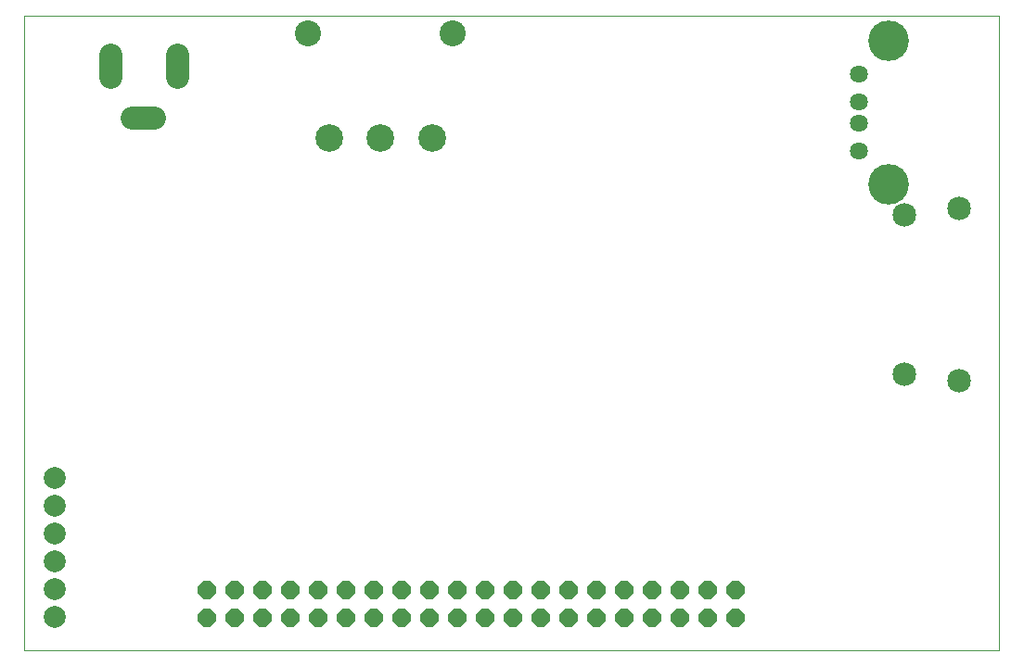
<source format=gbs>
G04 EAGLE Gerber X2 export*
%TF.Part,Single*%
%TF.FileFunction,Other,Solder stop mask Bottom*%
%TF.FilePolarity,Positive*%
%TF.GenerationSoftware,Autodesk,EAGLE,9.0.0*%
%TF.CreationDate,2019-01-20T02:36:27Z*%
G75*
%MOMM*%
%FSLAX34Y34*%
%LPD*%
%AMOC8*
5,1,8,0,0,1.08239X$1,22.5*%
G01*
%ADD10C,0.000000*%
%ADD11C,2.127000*%
%ADD12C,2.527000*%
%ADD13C,2.377000*%
%ADD14C,2.006600*%
%ADD15P,1.787026X8X22.500000*%
%ADD16C,2.157000*%
%ADD17C,1.627000*%
%ADD18C,3.707000*%


D10*
X110000Y140000D02*
X1000000Y140000D01*
X1000000Y720000D01*
X110000Y720000D01*
X110000Y140000D01*
D11*
X249200Y664300D02*
X249200Y684300D01*
X188200Y684300D02*
X188200Y664300D01*
X208200Y626300D02*
X228200Y626300D01*
D12*
X388100Y608500D03*
X435100Y608500D03*
X482100Y608500D03*
D13*
X369050Y703800D03*
X501150Y703800D03*
D14*
X137700Y297700D03*
X137700Y272300D03*
X137700Y246900D03*
X137700Y221500D03*
X137700Y196100D03*
X137700Y170700D03*
D15*
X276500Y169800D03*
X276500Y195200D03*
X301900Y169800D03*
X301900Y195200D03*
X327300Y169800D03*
X327300Y195200D03*
X352700Y169800D03*
X352700Y195200D03*
X378100Y169800D03*
X378100Y195200D03*
X403500Y169800D03*
X403500Y195200D03*
X428900Y169800D03*
X428900Y195200D03*
X454300Y169800D03*
X454300Y195200D03*
X479700Y169800D03*
X479700Y195200D03*
X505100Y169800D03*
X505100Y195200D03*
X530500Y169800D03*
X530500Y195200D03*
X555900Y169800D03*
X555900Y195200D03*
X581300Y169800D03*
X581300Y195200D03*
X606700Y169800D03*
X606700Y195200D03*
X632100Y169800D03*
X632100Y195200D03*
X657500Y169800D03*
X657500Y195200D03*
X682900Y169800D03*
X682900Y195200D03*
X708300Y169800D03*
X708300Y195200D03*
X733700Y169800D03*
X733700Y195200D03*
X759100Y169800D03*
X759100Y195200D03*
D16*
X913384Y392574D03*
X962884Y386574D03*
X962884Y543574D03*
X913384Y537574D03*
D17*
X871500Y596444D03*
X871500Y621444D03*
X871500Y641444D03*
X871500Y666444D03*
D18*
X898600Y565744D03*
X898600Y697144D03*
M02*

</source>
